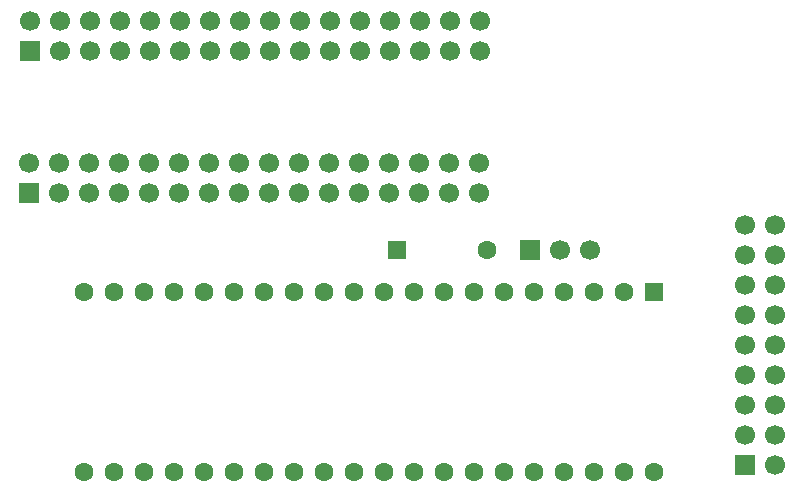
<source format=gbr>
%TF.GenerationSoftware,KiCad,Pcbnew,9.0.3*%
%TF.CreationDate,2025-09-18T22:47:48-04:00*%
%TF.ProjectId,6502-interposer,36353032-2d69-46e7-9465-72706f736572,rev?*%
%TF.SameCoordinates,Original*%
%TF.FileFunction,Soldermask,Bot*%
%TF.FilePolarity,Negative*%
%FSLAX46Y46*%
G04 Gerber Fmt 4.6, Leading zero omitted, Abs format (unit mm)*
G04 Created by KiCad (PCBNEW 9.0.3) date 2025-09-18 22:47:48*
%MOMM*%
%LPD*%
G01*
G04 APERTURE LIST*
G04 Aperture macros list*
%AMRoundRect*
0 Rectangle with rounded corners*
0 $1 Rounding radius*
0 $2 $3 $4 $5 $6 $7 $8 $9 X,Y pos of 4 corners*
0 Add a 4 corners polygon primitive as box body*
4,1,4,$2,$3,$4,$5,$6,$7,$8,$9,$2,$3,0*
0 Add four circle primitives for the rounded corners*
1,1,$1+$1,$2,$3*
1,1,$1+$1,$4,$5*
1,1,$1+$1,$6,$7*
1,1,$1+$1,$8,$9*
0 Add four rect primitives between the rounded corners*
20,1,$1+$1,$2,$3,$4,$5,0*
20,1,$1+$1,$4,$5,$6,$7,0*
20,1,$1+$1,$6,$7,$8,$9,0*
20,1,$1+$1,$8,$9,$2,$3,0*%
G04 Aperture macros list end*
%ADD10RoundRect,0.250000X-0.550000X-0.550000X0.550000X-0.550000X0.550000X0.550000X-0.550000X0.550000X0*%
%ADD11C,1.600000*%
%ADD12R,1.700000X1.700000*%
%ADD13C,1.700000*%
%ADD14RoundRect,0.250000X-0.550000X0.550000X-0.550000X-0.550000X0.550000X-0.550000X0.550000X0.550000X0*%
G04 APERTURE END LIST*
D10*
%TO.C,D1*%
X78690000Y-61000000D03*
D11*
X86310000Y-61000000D03*
%TD*%
D12*
%TO.C,J2*%
X47660000Y-44140000D03*
D13*
X50200000Y-44140000D03*
X52740000Y-44140000D03*
X55280000Y-44140000D03*
X57820000Y-44140000D03*
X60360000Y-44140000D03*
X62900000Y-44140000D03*
X65440000Y-44140000D03*
X67980000Y-44140000D03*
X70520000Y-44140000D03*
X73060000Y-44140000D03*
X75600000Y-44140000D03*
X78140000Y-44140000D03*
X80680000Y-44140000D03*
X83220000Y-44140000D03*
X85760000Y-44140000D03*
X85760000Y-41600000D03*
X83220000Y-41600000D03*
X80680000Y-41600000D03*
X78140000Y-41600000D03*
X75600000Y-41600000D03*
X73060000Y-41600000D03*
X70520000Y-41600000D03*
X67980000Y-41600000D03*
X65440000Y-41600000D03*
X62900000Y-41600000D03*
X60360000Y-41600000D03*
X57820000Y-41600000D03*
X55280000Y-41600000D03*
X52740000Y-41600000D03*
X50200000Y-41600000D03*
X47660000Y-41600000D03*
%TD*%
D12*
%TO.C,JP1*%
X89960000Y-61000000D03*
D13*
X92500000Y-61000000D03*
X95040000Y-61000000D03*
%TD*%
D14*
%TO.C,U1*%
X100500000Y-64510000D03*
D11*
X97960000Y-64510000D03*
X95420000Y-64510000D03*
X92880000Y-64510000D03*
X90340000Y-64510000D03*
X87800000Y-64510000D03*
X85260000Y-64510000D03*
X82720000Y-64510000D03*
X80180000Y-64510000D03*
X77640000Y-64510000D03*
X75100000Y-64510000D03*
X72560000Y-64510000D03*
X70020000Y-64510000D03*
X67480000Y-64510000D03*
X64940000Y-64510000D03*
X62400000Y-64510000D03*
X59860000Y-64510000D03*
X57320000Y-64510000D03*
X54780000Y-64510000D03*
X52240000Y-64510000D03*
X52240000Y-79750000D03*
X54780000Y-79750000D03*
X57320000Y-79750000D03*
X59860000Y-79750000D03*
X62400000Y-79750000D03*
X64940000Y-79750000D03*
X67480000Y-79750000D03*
X70020000Y-79750000D03*
X72560000Y-79750000D03*
X75100000Y-79750000D03*
X77640000Y-79750000D03*
X80180000Y-79750000D03*
X82720000Y-79750000D03*
X85260000Y-79750000D03*
X87800000Y-79750000D03*
X90340000Y-79750000D03*
X92880000Y-79750000D03*
X95420000Y-79750000D03*
X97960000Y-79750000D03*
X100500000Y-79750000D03*
%TD*%
D12*
%TO.C,J3*%
X108210000Y-79200000D03*
D13*
X110750000Y-79200000D03*
X108210000Y-76660000D03*
X110750000Y-76660000D03*
X108210000Y-74120000D03*
X110750000Y-74120000D03*
X108210000Y-71580000D03*
X110750000Y-71580000D03*
X108210000Y-69040000D03*
X110750000Y-69040000D03*
X108210000Y-66500000D03*
X110750000Y-66500000D03*
X108210000Y-63960000D03*
X110750000Y-63960000D03*
X108210000Y-61420000D03*
X110750000Y-61420000D03*
X108210000Y-58880000D03*
X110750000Y-58880000D03*
%TD*%
D12*
%TO.C,J1*%
X47580000Y-56140000D03*
D13*
X50120000Y-56140000D03*
X52660000Y-56140000D03*
X55200000Y-56140000D03*
X57740000Y-56140000D03*
X60280000Y-56140000D03*
X62820000Y-56140000D03*
X65360000Y-56140000D03*
X67900000Y-56140000D03*
X70440000Y-56140000D03*
X72980000Y-56140000D03*
X75520000Y-56140000D03*
X78060000Y-56140000D03*
X80600000Y-56140000D03*
X83140000Y-56140000D03*
X85680000Y-56140000D03*
X85680000Y-53600000D03*
X83140000Y-53600000D03*
X80600000Y-53600000D03*
X78060000Y-53600000D03*
X75520000Y-53600000D03*
X72980000Y-53600000D03*
X70440000Y-53600000D03*
X67900000Y-53600000D03*
X65360000Y-53600000D03*
X62820000Y-53600000D03*
X60280000Y-53600000D03*
X57740000Y-53600000D03*
X55200000Y-53600000D03*
X52660000Y-53600000D03*
X50120000Y-53600000D03*
X47580000Y-53600000D03*
%TD*%
M02*

</source>
